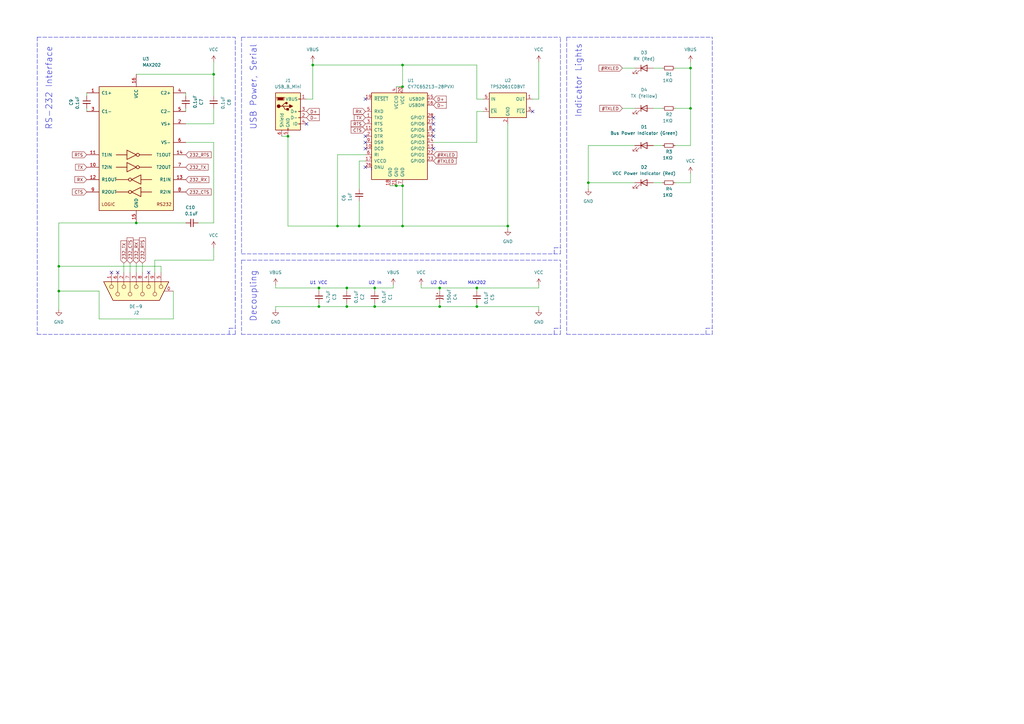
<source format=kicad_sch>
(kicad_sch (version 20211123) (generator eeschema)
  (paper "A3")
  (lib_symbols
    (symbol "Connector:DB9_Female_MountingHoles" (pin_names (offset 1.016) hide)
      (property "Reference" "J" (at 0 16.51 0))
      (property "Value" "DB9_Female_MountingHoles" (at 0 14.605 0))
      (symbol "DB9_Female_MountingHoles_0_1"
        (circle (center -1.778 -10.16) (radius 0.762))
        (circle (center -1.778 -5.08) (radius 0.762))
        (circle (center -1.778 0) (radius 0.762))
        (circle (center -1.778 5.08) (radius 0.762))
        (circle (center -1.778 10.16) (radius 0.762))
        (polyline (pts (xy -3.81 -10.16) (xy -2.54 -10.16)))
        (polyline (pts (xy -3.81 -7.62) (xy 0.508 -7.62)))
        (polyline (pts (xy -3.81 -5.08) (xy -2.54 -5.08)))
        (polyline (pts (xy -3.81 -2.54) (xy 0.508 -2.54)))
        (polyline (pts (xy -3.81 0) (xy -2.54 0)))
        (polyline (pts (xy -3.81 2.54) (xy 0.508 2.54)))
        (polyline (pts (xy -3.81 5.08) (xy -2.54 5.08)))
        (polyline (pts (xy -3.81 7.62) (xy 0.508 7.62)))
        (polyline (pts (xy -3.81 10.16) (xy -2.54 10.16)))
        (polyline (pts (xy -3.81 13.335) (xy -3.81 -13.335) (xy 3.81 -9.525) (xy 3.81 9.525) (xy -3.81 13.335)) (stroke (width 0.254)) (fill (type background)))
        (circle (center 1.27 -7.62) (radius 0.762))
        (circle (center 1.27 -2.54) (radius 0.762))
        (circle (center 1.27 2.54) (radius 0.762))
        (circle (center 1.27 7.62) (radius 0.762))
      )
      (symbol "DB9_Female_MountingHoles_1_1"
        (pin passive line (at 0 -15.24 90) (length 3.81) (name "PAD") (number "0"))
        (pin passive line (at -7.62 10.16 0) (length 3.81) (name "1") (number "1"))
        (pin passive line (at -7.62 5.08 0) (length 3.81) (name "2") (number "2"))
        (pin passive line (at -7.62 0 0) (length 3.81) (name "3") (number "3"))
        (pin passive line (at -7.62 -5.08 0) (length 3.81) (name "4") (number "4"))
        (pin passive line (at -7.62 -10.16 0) (length 3.81) (name "5") (number "5"))
        (pin passive line (at -7.62 7.62 0) (length 3.81) (name "6") (number "6"))
        (pin passive line (at -7.62 2.54 0) (length 3.81) (name "7") (number "7"))
        (pin passive line (at -7.62 -2.54 0) (length 3.81) (name "8") (number "8"))
        (pin passive line (at -7.62 -7.62 0) (length 3.81) (name "9") (number "9"))
      )
    )
    (symbol "Connector:USB_B_Mini" (pin_names (offset 1.016))
      (property "Reference" "J" (at -5.08 11.43 0))
      (property "Value" "USB_B_Mini" (at -5.08 8.89 0))
      (symbol "USB_B_Mini_0_1"
        (rectangle (start -5.08 -7.62) (end 5.08 7.62) (stroke (width 0.254)) (fill (type background)))
        (circle (center -3.81 2.159) (radius 0.635) (stroke (width 0.254)) (fill (type outline)))
        (circle (center -0.635 3.429) (radius 0.381) (stroke (width 0.254)) (fill (type outline)))
        (rectangle (start -0.127 -7.62) (end 0.127 -6.858))
        (polyline (pts (xy -1.905 2.159) (xy 0.635 2.159)) (stroke (width 0.254)))
        (polyline (pts (xy -3.175 2.159) (xy -2.54 2.159) (xy -1.27 3.429) (xy -0.635 3.429)) (stroke (width 0.254)))
        (polyline (pts (xy -2.54 2.159) (xy -1.905 2.159) (xy -1.27 0.889) (xy 0 0.889)) (stroke (width 0.254)))
        (polyline (pts (xy 0.635 2.794) (xy 0.635 1.524) (xy 1.905 2.159) (xy 0.635 2.794)) (stroke (width 0.254)) (fill (type outline)))
        (polyline (pts (xy -4.318 5.588) (xy -1.778 5.588) (xy -2.032 4.826) (xy -4.064 4.826) (xy -4.318 5.588)) (fill (type outline)))
        (polyline (pts (xy -4.699 5.842) (xy -4.699 5.588) (xy -4.445 4.826) (xy -4.445 4.572) (xy -1.651 4.572) (xy -1.651 4.826) (xy -1.397 5.588) (xy -1.397 5.842) (xy -4.699 5.842)))
        (rectangle (start 0.254 1.27) (end -0.508 0.508) (stroke (width 0.254)) (fill (type outline)))
        (rectangle (start 5.08 -5.207) (end 4.318 -4.953))
        (rectangle (start 5.08 -2.667) (end 4.318 -2.413))
        (rectangle (start 5.08 -0.127) (end 4.318 0.127))
        (rectangle (start 5.08 4.953) (end 4.318 5.207))
      )
      (symbol "USB_B_Mini_1_1"
        (pin power_out line (at 7.62 5.08 180) (length 2.54) (name "VBUS") (number "1"))
        (pin bidirectional line (at 7.62 -2.54 180) (length 2.54) (name "D-") (number "2"))
        (pin bidirectional line (at 7.62 0 180) (length 2.54) (name "D+") (number "3"))
        (pin passive line (at 7.62 -5.08 180) (length 2.54) (name "ID") (number "4"))
        (pin power_out line (at 0 -10.16 90) (length 2.54) (name "GND") (number "5"))
        (pin passive line (at -2.54 -10.16 90) (length 2.54) (name "Shield") (number "6"))
      )
    )
    (symbol "Device:C_Polarized_Small_US" (pin_numbers hide) (pin_names (offset 0.254) hide)
      (property "Reference" "C" (at 0.254 1.778 0))
      (property "Value" "C_Polarized_Small_US" (at 0.254 -2.032 0))
      (symbol "C_Polarized_Small_US_0_1"
        (polyline (pts (xy -1.524 0.508) (xy 1.524 0.508)) (stroke (width 0.3048)))
        (polyline (pts (xy -1.27 1.524) (xy -0.762 1.524)))
        (polyline (pts (xy -1.016 1.27) (xy -1.016 1.778)))
        (arc (start 1.524 -0.762) (mid 0 -0.3734) (end -1.524 -0.762) (stroke (width 0.3048)))
      )
      (symbol "C_Polarized_Small_US_1_1"
        (pin passive line (at 0 2.54 270) (length 2.032) (name "~") (number "1"))
        (pin passive line (at 0 -2.54 90) (length 2.032) (name "~") (number "2"))
      )
    )
    (symbol "Device:C_Small" (pin_numbers hide) (pin_names (offset 0.254) hide)
      (property "Reference" "C" (at 0.254 1.778 0))
      (property "Value" "C_Small" (at 0.254 -2.032 0))
      (symbol "C_Small_0_1"
        (polyline (pts (xy -1.524 -0.508) (xy 1.524 -0.508)) (stroke (width 0.3302)))
        (polyline (pts (xy -1.524 0.508) (xy 1.524 0.508)) (stroke (width 0.3048)))
      )
      (symbol "C_Small_1_1"
        (pin passive line (at 0 2.54 270) (length 2.032) (name "~") (number "1"))
        (pin passive line (at 0 -2.54 90) (length 2.032) (name "~") (number "2"))
      )
    )
    (symbol "Device:LED" (pin_numbers hide) (pin_names (offset 1.016) hide)
      (property "Reference" "D" (at 0 2.54 0))
      (property "Value" "LED" (at 0 -2.54 0))
      (symbol "LED_0_1"
        (polyline (pts (xy -1.27 -1.27) (xy -1.27 1.27)) (stroke (width 0.254)))
        (polyline (pts (xy -1.27 0) (xy 1.27 0)))
        (polyline (pts (xy 1.27 -1.27) (xy 1.27 1.27) (xy -1.27 0) (xy 1.27 -1.27)) (stroke (width 0.254)))
        (polyline (pts (xy -3.048 -0.762) (xy -4.572 -2.286) (xy -3.81 -2.286) (xy -4.572 -2.286) (xy -4.572 -1.524)))
        (polyline (pts (xy -1.778 -0.762) (xy -3.302 -2.286) (xy -2.54 -2.286) (xy -3.302 -2.286) (xy -3.302 -1.524)))
      )
      (symbol "LED_1_1"
        (pin passive line (at -3.81 0 0) (length 2.54) (name "K") (number "1"))
        (pin passive line (at 3.81 0 180) (length 2.54) (name "A") (number "2"))
      )
    )
    (symbol "Device:R_Small" (pin_numbers hide) (pin_names (offset 0.254) hide)
      (property "Reference" "R" (at 0.762 0.508 0))
      (property "Value" "R_Small" (at 0.762 -1.016 0))
      (symbol "R_Small_0_1"
        (rectangle (start -0.762 1.778) (end 0.762 -1.778) (stroke (width 0.2032)))
      )
      (symbol "R_Small_1_1"
        (pin passive line (at 0 2.54 270) (length 0.762) (name "~") (number "1"))
        (pin passive line (at 0 -2.54 90) (length 0.762) (name "~") (number "2"))
      )
    )
    (symbol "Interface_UART:MAX202" (pin_names (offset 1.016))
      (property "Reference" "U" (at -2.54 28.575 0))
      (property "Value" "MAX202" (at -2.54 26.67 0))
      (symbol "MAX202_0_0"
        (text "LOGIC" (at -11.43 -22.86 0) (effects (font (size 1.27 1.27))))
        (text "RS232" (at 11.43 -22.86 0) (effects (font (size 1.27 1.27))))
      )
      (symbol "MAX202_0_1"
        (rectangle (start -15.24 -25.4) (end 15.24 25.4) (stroke (width 0.254)) (fill (type background)))
        (circle (center -2.54 -17.78) (radius 0.635) (stroke (width 0.254)))
        (circle (center -2.54 -12.7) (radius 0.635) (stroke (width 0.254)))
        (polyline (pts (xy -3.81 -7.62) (xy -8.255 -7.62)) (stroke (width 0.254)))
        (polyline (pts (xy -3.81 -2.54) (xy -8.255 -2.54)) (stroke (width 0.254)))
        (polyline (pts (xy -3.175 -17.78) (xy -8.255 -17.78)) (stroke (width 0.254)))
        (polyline (pts (xy -3.175 -12.7) (xy -8.255 -12.7)) (stroke (width 0.254)))
        (polyline (pts (xy 1.27 -7.62) (xy 6.35 -7.62)) (stroke (width 0.254)))
        (polyline (pts (xy 1.27 -2.54) (xy 6.35 -2.54)) (stroke (width 0.254)))
        (polyline (pts (xy 1.905 -17.78) (xy 6.35 -17.78)) (stroke (width 0.254)))
        (polyline (pts (xy 1.905 -12.7) (xy 6.35 -12.7)) (stroke (width 0.254)))
        (polyline (pts (xy -3.81 -5.715) (xy -3.81 -9.525) (xy 0 -7.62) (xy -3.81 -5.715)) (stroke (width 0.254)))
        (polyline (pts (xy -3.81 -0.635) (xy -3.81 -4.445) (xy 0 -2.54) (xy -3.81 -0.635)) (stroke (width 0.254)))
        (polyline (pts (xy 1.905 -15.875) (xy 1.905 -19.685) (xy -1.905 -17.78) (xy 1.905 -15.875)) (stroke (width 0.254)))
        (polyline (pts (xy 1.905 -10.795) (xy 1.905 -14.605) (xy -1.905 -12.7) (xy 1.905 -10.795)) (stroke (width 0.254)))
        (circle (center 0.635 -7.62) (radius 0.635) (stroke (width 0.254)))
        (circle (center 0.635 -2.54) (radius 0.635) (stroke (width 0.254)))
      )
      (symbol "MAX202_1_1"
        (pin passive line (at -20.32 22.86 0) (length 5.08) (name "C1+") (number "1"))
        (pin input line (at -20.32 -7.62 0) (length 5.08) (name "T2IN") (number "10"))
        (pin input line (at -20.32 -2.54 0) (length 5.08) (name "T1IN") (number "11"))
        (pin output line (at -20.32 -12.7 0) (length 5.08) (name "R1OUT") (number "12"))
        (pin input line (at 20.32 -12.7 180) (length 5.08) (name "R1IN") (number "13"))
        (pin output line (at 20.32 -2.54 180) (length 5.08) (name "T1OUT") (number "14"))
        (pin power_in line (at 0 -30.48 90) (length 5.08) (name "GND") (number "15"))
        (pin power_in line (at 0 30.48 270) (length 5.08) (name "VCC") (number "16"))
        (pin power_out line (at 20.32 10.16 180) (length 5.08) (name "VS+") (number "2"))
        (pin passive line (at -20.32 15.24 0) (length 5.08) (name "C1-") (number "3"))
        (pin passive line (at 20.32 22.86 180) (length 5.08) (name "C2+") (number "4"))
        (pin passive line (at 20.32 15.24 180) (length 5.08) (name "C2-") (number "5"))
        (pin power_out line (at 20.32 2.54 180) (length 5.08) (name "VS-") (number "6"))
        (pin output line (at 20.32 -7.62 180) (length 5.08) (name "T2OUT") (number "7"))
        (pin input line (at 20.32 -17.78 180) (length 5.08) (name "R2IN") (number "8"))
        (pin output line (at -20.32 -17.78 0) (length 5.08) (name "R2OUT") (number "9"))
      )
    )
    (symbol "Interface_USB:CY7C65213-28PVXI" (pin_names (offset 1.016))
      (property "Reference" "U" (at -8.89 19.05 0))
      (property "Value" "CY7C65213-28PVXI" (at 3.556 19.05 0))
      (symbol "CY7C65213-28PVXI_0_1"
        (rectangle (start -10.16 17.78) (end 12.7 -17.78) (stroke (width 0.254)) (fill (type background)))
      )
      (symbol "CY7C65213-28PVXI_1_1"
        (pin output line (at -12.7 7.62 0) (length 2.54) (name "TXD") (number "1"))
        (pin input line (at -12.7 -5.08 0) (length 2.54) (name "DCD") (number "10"))
        (pin input line (at -12.7 2.54 0) (length 2.54) (name "CTS") (number "11"))
        (pin bidirectional line (at 15.24 0 180) (length 2.54) (name "GPIO4") (number "12"))
        (pin tri_state line (at 15.24 -5.08 180) (length 2.54) (name "GPIO2") (number "13"))
        (pin bidirectional line (at 15.24 -2.54 180) (length 2.54) (name "GPIO3") (number "14"))
        (pin bidirectional line (at 15.24 15.24 180) (length 2.54) (name "USBDP") (number "15"))
        (pin bidirectional line (at 15.24 12.7 180) (length 2.54) (name "USBDM") (number "16"))
        (pin passive line (at -12.7 -10.16 0) (length 2.54) (name "VCCD") (number "17"))
        (pin power_in line (at -2.54 -20.32 90) (length 2.54) (name "GND") (number "18"))
        (pin bidirectional line (at -12.7 15.24 0) (length 2.54) (name "~{RESET}") (number "19"))
        (pin output line (at -12.7 0 0) (length 2.54) (name "DTR") (number "2"))
        (pin power_in line (at 2.54 20.32 270) (length 2.54) (name "VCC") (number "20"))
        (pin power_in line (at 0 -20.32 90) (length 2.54) (name "GND") (number "21"))
        (pin bidirectional line (at 15.24 -7.62 180) (length 2.54) (name "GPIO1") (number "22"))
        (pin bidirectional line (at 15.24 -10.16 180) (length 2.54) (name "GPIO0") (number "23"))
        (pin no_connect line (at 12.7 -15.24 180) (length 2.54) hide (name "NC") (number "24"))
        (pin no_connect line (at 12.7 -12.7 180) (length 2.54) hide (name "NC") (number "25"))
        (pin passive line (at -12.7 -12.7 0) (length 2.54) (name "DNU") (number "26"))
        (pin tri_state line (at 15.24 5.08 180) (length 2.54) (name "GPIO6") (number "27"))
        (pin tri_state line (at 15.24 7.62 180) (length 2.54) (name "GPIO7") (number "28"))
        (pin output line (at -12.7 5.08 0) (length 2.54) (name "RTS") (number "3"))
        (pin power_in line (at 0 20.32 270) (length 2.54) (name "VCCIO") (number "4"))
        (pin input line (at -12.7 10.16 0) (length 2.54) (name "RXD") (number "5"))
        (pin input line (at -12.7 -7.62 0) (length 2.54) (name "RI") (number "6"))
        (pin power_in line (at 2.54 -20.32 90) (length 2.54) (name "GND") (number "7"))
        (pin tri_state line (at 15.24 2.54 180) (length 2.54) (name "GPIO5") (number "8"))
        (pin input line (at -12.7 -2.54 0) (length 2.54) (name "DSR") (number "9"))
      )
    )
    (symbol "Power_Management:AP22804BW5"
      (property "Reference" "U" (at -7.62 -6.35 0))
      (property "Value" "AP22804BW5" (at -7.62 6.35 0))
      (symbol "AP22804BW5_0_1"
        (rectangle (start -7.62 5.08) (end 7.62 -5.08) (stroke (width 0.254)) (fill (type background)))
      )
      (symbol "AP22804BW5_1_1"
        (pin power_out line (at 10.16 2.54 180) (length 2.54) (name "OUT") (number "1"))
        (pin power_in line (at 0 -7.62 90) (length 2.54) (name "GND") (number "2"))
        (pin open_collector line (at 10.16 -2.54 180) (length 2.54) (name "~{FLG}") (number "3"))
        (pin input line (at -10.16 -2.54 0) (length 2.54) (name "~{EN}") (number "4"))
        (pin power_in line (at -10.16 2.54 0) (length 2.54) (name "IN") (number "5"))
      )
    )
    (symbol "VCC_1" (power) (pin_names (offset 0))
      (property "Value" "VCC_1" (at 0 3.81 0))
      (symbol "VCC_1_0_1"
        (polyline (pts (xy -0.762 1.27) (xy 0 2.54)))
        (polyline (pts (xy 0 0) (xy 0 2.54)))
        (polyline (pts (xy 0 2.54) (xy 0.762 1.27)))
      )
      (symbol "VCC_1_1_1"
        (pin power_in line (at 0 0 90) (length 0) hide (name "VCC") (number "1"))
      )
    )
    (symbol "power:GND" (power) (pin_names (offset 0))
      (property "Value" "GND" (at 0 -3.81 0))
      (symbol "GND_0_1"
        (polyline (pts (xy 0 0) (xy 0 -1.27) (xy 1.27 -1.27) (xy 0 -2.54) (xy -1.27 -1.27) (xy 0 -1.27)))
      )
      (symbol "GND_1_1"
        (pin power_in line (at 0 0 270) (length 0) hide (name "GND") (number "1"))
      )
    )
    (symbol "power:VBUS" (power) (pin_names (offset 0))
      (property "Value" "VBUS" (at 0 3.81 0))
      (symbol "VBUS_0_1"
        (polyline (pts (xy -0.762 1.27) (xy 0 2.54)))
        (polyline (pts (xy 0 0) (xy 0 2.54)))
        (polyline (pts (xy 0 2.54) (xy 0.762 1.27)))
      )
      (symbol "VBUS_1_1"
        (pin power_in line (at 0 0 90) (length 0) hide (name "VBUS") (number "1"))
      )
    )
    (symbol "power:VCC" (power) (pin_names (offset 0))
      (property "Value" "VCC" (at 0 3.81 0))
      (symbol "VCC_0_1"
        (polyline (pts (xy -0.762 1.27) (xy 0 2.54)))
        (polyline (pts (xy 0 0) (xy 0 2.54)))
        (polyline (pts (xy 0 2.54) (xy 0.762 1.27)))
      )
      (symbol "VCC_1_1"
        (pin power_in line (at 0 0 90) (length 0) hide (name "VCC") (number "1"))
      )
    )
  )
  (junction (at 147.32 92.71))
  (junction (at 165.1 76.2))
  (junction (at 138.43 92.71))
  (junction (at 153.67 125.73))
  (junction (at 165.1 35.56))
  (junction (at 55.88 91.44))
  (junction (at 130.81 125.73))
  (junction (at 130.81 118.11))
  (junction (at 195.58 118.11))
  (junction (at 118.11 55.88))
  (junction (at 195.58 125.73))
  (junction (at 24.13 109.22))
  (junction (at 165.1 92.71))
  (junction (at 180.34 118.11))
  (junction (at 283.21 27.94))
  (junction (at 142.24 125.73))
  (junction (at 283.21 44.45))
  (junction (at 208.28 92.71))
  (junction (at 24.13 119.38))
  (junction (at 142.24 118.11))
  (junction (at 87.63 30.48))
  (junction (at 162.56 76.2))
  (junction (at 153.67 118.11))
  (junction (at 128.27 26.67))
  (junction (at 180.34 125.73))
  (junction (at 165.1 26.67))
  (junction (at 241.3 74.93))
  (no_connect (at 149.86 55.88))
  (no_connect (at 48.26 111.76))
  (no_connect (at 177.8 55.88))
  (no_connect (at 218.44 45.72))
  (no_connect (at 177.8 48.26))
  (no_connect (at 149.86 60.96))
  (no_connect (at 177.8 50.8))
  (no_connect (at 149.86 58.42))
  (no_connect (at 177.8 60.96))
  (no_connect (at 149.86 40.64))
  (no_connect (at 125.73 50.8))
  (no_connect (at 149.86 68.58))
  (no_connect (at 177.8 53.34))
  (no_connect (at 45.72 111.76))
  (no_connect (at 60.96 111.76))
  (wire (pts (xy 142.24 118.11) (xy 153.67 118.11)))
  (polyline (pts (xy 289.56 137.16) (xy 289.56 134.62)))
  (wire (pts (xy 113.03 118.11) (xy 130.81 118.11)))
  (wire (pts (xy 58.42 107.95) (xy 58.42 111.76)))
  (wire (pts (xy 153.67 125.73) (xy 180.34 125.73)))
  (wire (pts (xy 128.27 26.67) (xy 128.27 40.64)))
  (wire (pts (xy 220.98 25.4) (xy 220.98 40.64)))
  (wire (pts (xy 147.32 66.04) (xy 147.32 77.47)))
  (wire (pts (xy 63.5 111.76) (xy 63.5 106.68)))
  (wire (pts (xy 142.24 124.46) (xy 142.24 125.73)))
  (polyline (pts (xy 15.24 15.24) (xy 15.24 137.16)))
  (wire (pts (xy 128.27 26.67) (xy 128.27 25.4)))
  (wire (pts (xy 172.72 118.11) (xy 180.34 118.11)))
  (wire (pts (xy 53.34 107.95) (xy 53.34 111.76)))
  (wire (pts (xy 165.1 76.2) (xy 165.1 92.71)))
  (polyline (pts (xy 99.06 106.68) (xy 99.06 137.16)))
  (wire (pts (xy 162.56 35.56) (xy 165.1 35.56)))
  (wire (pts (xy 172.72 116.84) (xy 172.72 118.11)))
  (wire (pts (xy 71.12 119.38) (xy 71.12 130.81)))
  (wire (pts (xy 276.86 44.45) (xy 283.21 44.45)))
  (wire (pts (xy 180.34 124.46) (xy 180.34 125.73)))
  (wire (pts (xy 283.21 59.69) (xy 276.86 59.69)))
  (polyline (pts (xy 289.56 134.62) (xy 292.1 134.62)))
  (wire (pts (xy 50.8 107.95) (xy 50.8 111.76)))
  (wire (pts (xy 195.58 119.38) (xy 195.58 118.11)))
  (wire (pts (xy 55.88 107.95) (xy 55.88 111.76)))
  (wire (pts (xy 113.03 116.84) (xy 113.03 118.11)))
  (polyline (pts (xy 152.4 68.58) (xy 152.4 69.85)))
  (polyline (pts (xy 227.33 104.14) (xy 227.33 101.6)))
  (polyline (pts (xy 99.06 15.24) (xy 99.06 104.14)))
  (wire (pts (xy 283.21 71.12) (xy 283.21 74.93)))
  (polyline (pts (xy 99.06 15.24) (xy 229.87 15.24)))
  (wire (pts (xy 220.98 116.84) (xy 220.98 118.11)))
  (wire (pts (xy 260.35 27.94) (xy 255.27 27.94)))
  (wire (pts (xy 63.5 106.68) (xy 87.63 106.68)))
  (wire (pts (xy 165.1 92.71) (xy 208.28 92.71)))
  (wire (pts (xy 283.21 74.93) (xy 276.86 74.93)))
  (polyline (pts (xy 232.41 15.24) (xy 292.1 15.24)))
  (wire (pts (xy 125.73 40.64) (xy 128.27 40.64)))
  (wire (pts (xy 271.78 27.94) (xy 267.97 27.94)))
  (wire (pts (xy 208.28 50.8) (xy 208.28 92.71)))
  (wire (pts (xy 255.27 44.45) (xy 260.35 44.45)))
  (wire (pts (xy 180.34 118.11) (xy 180.34 119.38)))
  (wire (pts (xy 118.11 55.88) (xy 118.11 92.71)))
  (wire (pts (xy 241.3 74.93) (xy 260.35 74.93)))
  (wire (pts (xy 195.58 125.73) (xy 220.98 125.73)))
  (wire (pts (xy 87.63 25.4) (xy 87.63 30.48)))
  (wire (pts (xy 76.2 44.45) (xy 76.2 45.72)))
  (wire (pts (xy 130.81 118.11) (xy 130.81 119.38)))
  (wire (pts (xy 24.13 109.22) (xy 66.04 109.22)))
  (wire (pts (xy 162.56 76.2) (xy 165.1 76.2)))
  (wire (pts (xy 142.24 125.73) (xy 153.67 125.73)))
  (wire (pts (xy 55.88 91.44) (xy 24.13 91.44)))
  (wire (pts (xy 180.34 118.11) (xy 195.58 118.11)))
  (polyline (pts (xy 15.24 137.16) (xy 96.52 137.16)))
  (wire (pts (xy 24.13 119.38) (xy 24.13 127)))
  (polyline (pts (xy 227.33 134.62) (xy 229.87 134.62)))
  (wire (pts (xy 283.21 27.94) (xy 283.21 44.45)))
  (wire (pts (xy 113.03 125.73) (xy 130.81 125.73)))
  (wire (pts (xy 241.3 59.69) (xy 260.35 59.69)))
  (wire (pts (xy 267.97 74.93) (xy 271.78 74.93)))
  (polyline (pts (xy 232.41 137.16) (xy 292.1 137.16)))
  (wire (pts (xy 177.8 58.42) (xy 195.58 58.42)))
  (wire (pts (xy 147.32 82.55) (xy 147.32 92.71)))
  (wire (pts (xy 276.86 27.94) (xy 283.21 27.94)))
  (polyline (pts (xy 96.52 137.16) (xy 96.52 15.24)))
  (wire (pts (xy 35.56 44.45) (xy 35.56 45.72)))
  (wire (pts (xy 165.1 26.67) (xy 195.58 26.67)))
  (wire (pts (xy 71.12 130.81) (xy 40.64 130.81)))
  (wire (pts (xy 40.64 130.81) (xy 40.64 119.38)))
  (wire (pts (xy 55.88 30.48) (xy 87.63 30.48)))
  (wire (pts (xy 115.57 55.88) (xy 118.11 55.88)))
  (wire (pts (xy 147.32 66.04) (xy 149.86 66.04)))
  (wire (pts (xy 153.67 124.46) (xy 153.67 125.73)))
  (wire (pts (xy 208.28 93.98) (xy 208.28 92.71)))
  (polyline (pts (xy 292.1 137.16) (xy 292.1 15.24)))
  (wire (pts (xy 138.43 63.5) (xy 138.43 92.71)))
  (wire (pts (xy 35.56 38.1) (xy 35.56 39.37)))
  (wire (pts (xy 118.11 92.71) (xy 138.43 92.71)))
  (wire (pts (xy 220.98 125.73) (xy 220.98 127)))
  (wire (pts (xy 66.04 111.76) (xy 66.04 109.22)))
  (wire (pts (xy 161.29 116.84) (xy 161.29 118.11)))
  (wire (pts (xy 76.2 38.1) (xy 76.2 39.37)))
  (wire (pts (xy 87.63 44.45) (xy 87.63 50.8)))
  (wire (pts (xy 267.97 44.45) (xy 271.78 44.45)))
  (wire (pts (xy 283.21 44.45) (xy 283.21 59.69)))
  (wire (pts (xy 24.13 119.38) (xy 40.64 119.38)))
  (wire (pts (xy 130.81 125.73) (xy 142.24 125.73)))
  (wire (pts (xy 24.13 91.44) (xy 24.13 109.22)))
  (wire (pts (xy 147.32 92.71) (xy 165.1 92.71)))
  (wire (pts (xy 165.1 26.67) (xy 165.1 35.56)))
  (wire (pts (xy 149.86 63.5) (xy 138.43 63.5)))
  (wire (pts (xy 195.58 45.72) (xy 198.12 45.72)))
  (wire (pts (xy 218.44 40.64) (xy 220.98 40.64)))
  (wire (pts (xy 195.58 58.42) (xy 195.58 45.72)))
  (wire (pts (xy 24.13 109.22) (xy 24.13 119.38)))
  (wire (pts (xy 87.63 30.48) (xy 87.63 39.37)))
  (polyline (pts (xy 99.06 104.14) (xy 229.87 104.14)))
  (wire (pts (xy 241.3 59.69) (xy 241.3 74.93)))
  (polyline (pts (xy 227.33 101.6) (xy 229.87 101.6)))
  (wire (pts (xy 87.63 50.8) (xy 76.2 50.8)))
  (polyline (pts (xy 15.24 15.24) (xy 96.52 15.24)))
  (polyline (pts (xy 229.87 137.16) (xy 229.87 106.68)))
  (wire (pts (xy 55.88 91.44) (xy 76.2 91.44)))
  (polyline (pts (xy 99.06 106.68) (xy 229.87 106.68)))
  (wire (pts (xy 160.02 76.2) (xy 162.56 76.2)))
  (wire (pts (xy 153.67 118.11) (xy 153.67 119.38)))
  (wire (pts (xy 76.2 58.42) (xy 87.63 58.42)))
  (wire (pts (xy 130.81 124.46) (xy 130.81 125.73)))
  (wire (pts (xy 180.34 125.73) (xy 195.58 125.73)))
  (wire (pts (xy 153.67 118.11) (xy 161.29 118.11)))
  (wire (pts (xy 283.21 25.4) (xy 283.21 27.94)))
  (wire (pts (xy 87.63 106.68) (xy 87.63 101.6)))
  (wire (pts (xy 87.63 58.42) (xy 87.63 91.44)))
  (wire (pts (xy 195.58 40.64) (xy 198.12 40.64)))
  (wire (pts (xy 128.27 26.67) (xy 165.1 26.67)))
  (polyline (pts (xy 96.52 121.92) (xy 96.52 123.19)))
  (wire (pts (xy 130.81 118.11) (xy 142.24 118.11)))
  (wire (pts (xy 195.58 118.11) (xy 220.98 118.11)))
  (wire (pts (xy 138.43 92.71) (xy 147.32 92.71)))
  (wire (pts (xy 113.03 125.73) (xy 113.03 127)))
  (polyline (pts (xy 99.06 137.16) (xy 229.87 137.16)))
  (wire (pts (xy 241.3 74.93) (xy 241.3 77.47)))
  (wire (pts (xy 271.78 59.69) (xy 267.97 59.69)))
  (wire (pts (xy 142.24 118.11) (xy 142.24 119.38)))
  (polyline (pts (xy 227.33 137.16) (xy 227.33 134.62)))
  (polyline (pts (xy 229.87 104.14) (xy 229.87 15.24)))
  (wire (pts (xy 195.58 124.46) (xy 195.58 125.73)))
  (wire (pts (xy 81.28 91.44) (xy 87.63 91.44)))
  (polyline (pts (xy 232.41 15.24) (xy 232.41 137.16)))
  (wire (pts (xy 195.58 40.64) (xy 195.58 26.67)))
  (polyline (pts (xy 93.98 137.16) (xy 93.98 134.62)))
  (polyline (pts (xy 93.98 134.62) (xy 96.52 134.62)))
  (text "Indicator Lights" (at 238.76 48.26 90) (effects (font (size 2.54 2.54)) (justify left bottom)))
  (text "Decoupling" (at 105.41 132.08 90) (effects (font (size 2.54 2.54)) (justify left bottom)))
  (text "RS-232 Interface" (at 21.59 53.34 90) (effects (font (size 2.54 2.54)) (justify left bottom)))
  (text "U1 VCC" (at 127 116.84 0) (effects (font (size 1.27 1.27)) (justify left bottom)))
  (text "U2 In" (at 151.13 116.84 0) (effects (font (size 1.27 1.27)) (justify left bottom)))
  (text "USB Power, Serial" (at 105.41 53.34 90) (effects (font (size 2.54 2.54)) (justify left bottom)))
  (text "MAX202" (at 191.77 116.84 0) (effects (font (size 1.27 1.27)) (justify left bottom)))
  (text "U2 Out" (at 176.53 116.84 0) (effects (font (size 1.27 1.27)) (justify left bottom)))
  (global_label "232_RTS" (shape input) (at 58.42 107.95 90) (property "Intersheet References" "${INTERSHEET_REFS}" (effects hide)))
  (global_label "D+" (shape input) (at 177.8 40.64 0) (property "Intersheet References" "${INTERSHEET_REFS}" (effects hide)))
  (global_label "TX" (shape input) (at 149.86 48.26 180) (property "Intersheet References" "${INTERSHEET_REFS}" (effects hide)))
  (global_label "232_RTS" (shape input) (at 76.2 63.5 0) (property "Intersheet References" "${INTERSHEET_REFS}" (effects hide)))
  (global_label "232_TX" (shape input) (at 50.8 107.95 90) (property "Intersheet References" "${INTERSHEET_REFS}" (effects hide)))
  (global_label "RX" (shape input) (at 149.86 45.72 180) (property "Intersheet References" "${INTERSHEET_REFS}" (effects hide)))
  (global_label "D-" (shape input) (at 177.8 43.18 0) (property "Intersheet References" "${INTERSHEET_REFS}" (effects hide)))
  (global_label "232_RX" (shape input) (at 55.88 107.95 90) (property "Intersheet References" "${INTERSHEET_REFS}" (effects hide)))
  (global_label "RTS" (shape input) (at 149.86 50.8 180) (property "Intersheet References" "${INTERSHEET_REFS}" (effects hide)))
  (global_label "CTS" (shape input) (at 35.56 78.74 180) (property "Intersheet References" "${INTERSHEET_REFS}" (effects hide)))
  (global_label "D+" (shape input) (at 125.73 45.72 0) (property "Intersheet References" "${INTERSHEET_REFS}" (effects hide)))
  (global_label "232_CTS" (shape input) (at 53.34 107.95 90) (property "Intersheet References" "${INTERSHEET_REFS}" (effects hide)))
  (global_label "#TXLED" (shape input) (at 177.8 66.04 0) (property "Intersheet References" "${INTERSHEET_REFS}" (effects hide)))
  (global_label "232_CTS" (shape input) (at 76.2 78.74 0) (property "Intersheet References" "${INTERSHEET_REFS}" (effects hide)))
  (global_label "#RXLED" (shape input) (at 177.8 63.5 0) (property "Intersheet References" "${INTERSHEET_REFS}" (effects hide)))
  (global_label "CTS" (shape input) (at 149.86 53.34 180) (property "Intersheet References" "${INTERSHEET_REFS}" (effects hide)))
  (global_label "#TXLED" (shape input) (at 255.27 44.45 180) (property "Intersheet References" "${INTERSHEET_REFS}" (effects hide)))
  (global_label "RX" (shape input) (at 35.56 73.66 180) (property "Intersheet References" "${INTERSHEET_REFS}" (effects hide)))
  (global_label "TX" (shape input) (at 35.56 68.58 180) (property "Intersheet References" "${INTERSHEET_REFS}" (effects hide)))
  (global_label "#RXLED" (shape input) (at 255.27 27.94 180) (property "Intersheet References" "${INTERSHEET_REFS}" (effects hide)))
  (global_label "232_TX" (shape input) (at 76.2 68.58 0) (property "Intersheet References" "${INTERSHEET_REFS}" (effects hide)))
  (global_label "D-" (shape input) (at 125.73 48.26 0) (property "Intersheet References" "${INTERSHEET_REFS}" (effects hide)))
  (global_label "232_RX" (shape input) (at 76.2 73.66 0) (property "Intersheet References" "${INTERSHEET_REFS}" (effects hide)))
  (global_label "RTS" (shape input) (at 35.56 63.5 180) (property "Intersheet References" "${INTERSHEET_REFS}" (effects hide)))
  (symbol (lib_id "power:VCC") (at 220.98 25.4 0) (unit 1)
    (property "Reference" "#PWR0112" (effects hide))
    (property "Value" "VCC" (at 220.98 20.32 0))
  )
  (symbol (lib_id "Device:LED") (at 264.16 59.69 0) (unit 1)
    (property "Reference" "D1" (at 264.16 52.07 0))
    (property "Value" "Bus Power Indicator (Green)" (at 264.16 54.61 0))
    (property "Footprint" "LED_SMD:LED_0805_2012Metric_Pad1.15x1.40mm_HandSolder" (effects hide))
    (property "Datasheet" "https://s3-us-west-2.amazonaws.com/catsy.557/Dialight_CBI_data_598-0805_Apr2018.pdf" (effects hide))
    (property "Digi-Key" "https://www.digikey.com/en/products/detail/dialight/5988170107F/1291278" (effects hide))
  )
  (symbol (lib_id "Device:C_Small") (at 142.24 121.92 180) (unit 1)
    (property "Reference" "C2" (at 148.59 123.19 90) (effects (justify right)))
    (property "Value" "0.1uF" (at 146.05 124.46 90) (effects (justify right)))
    (property "Footprint" "Capacitor_SMD:C_0805_2012Metric_Pad1.18x1.45mm_HandSolder" (effects hide))
    (property "Datasheet" "https://datasheets.kyocera-avx.com/X7RDielectric.pdf" (effects hide))
    (property "Digi-Key" "https://www.digikey.com/en/products/detail/kyocera-avx/08055C104KAT2A/563505" (effects hide))
  )
  (symbol (lib_id "power:VCC") (at 283.21 71.12 0) (mirror y) (unit 1)
    (property "Reference" "#PWR0103" (effects hide))
    (property "Value" "VCC" (at 283.21 66.04 0))
  )
  (symbol (lib_id "Device:LED") (at 264.16 27.94 0) (unit 1)
    (property "Reference" "D3" (at 264.16 21.59 0))
    (property "Value" "RX (Red)" (at 264.16 24.13 0))
    (property "Footprint" "LED_SMD:LED_0805_2012Metric_Pad1.15x1.40mm_HandSolder" (effects hide))
    (property "Datasheet" "https://s3-us-west-2.amazonaws.com/catsy.557/Dialight_CBI_data_598-0805_Apr2018.pdf" (effects hide))
    (property "Digi-Key" "https://www.digikey.com/en/products/detail/dialight/5988110107F/1291272" (effects hide))
  )
  (symbol (lib_name "VCC_1") (lib_id "power:VCC") (at 87.63 25.4 0) (unit 1)
    (property "Reference" "#PWR0111" (effects hide))
    (property "Value" "VCC" (at 87.63 20.32 0))
  )
  (symbol (lib_id "Device:R_Small") (at 274.32 74.93 270) (unit 1)
    (property "Reference" "R4" (at 273.05 77.47 90) (effects (justify left)))
    (property "Value" "1KΩ" (at 271.78 80.01 90) (effects (justify left)))
    (property "Footprint" "Resistor_SMD:R_0805_2012Metric_Pad1.20x1.40mm_HandSolder" (effects hide))
    (property "Datasheet" "https://www.yageo.com/upload/media/product/productsearch/datasheet/rchip/PYu-RC_Group_51_RoHS_L_12.pdf" (effects hide))
    (property "Digi-Key" "https://www.digikey.com/en/products/detail/yageo/RC0805FR-071KL/727444" (effects hide))
  )
  (symbol (lib_id "Device:C_Small") (at 87.63 41.91 0) (unit 1)
    (property "Reference" "C8" (at 93.98 40.64 90) (effects (justify right)))
    (property "Value" "0.1uF" (at 91.44 39.37 90) (effects (justify right)))
    (property "Footprint" "Capacitor_SMD:C_0805_2012Metric_Pad1.18x1.45mm_HandSolder" (effects hide))
    (property "Datasheet" "https://datasheets.kyocera-avx.com/X7RDielectric.pdf" (effects hide))
    (property "Digi-Key" "https://www.digikey.com/en/products/detail/kyocera-avx/08055C104KAT2A/563505" (effects hide))
  )
  (symbol (lib_id "Power_Management:AP22804BW5") (at 208.28 43.18 0) (unit 1)
    (property "Reference" "U2" (at 208.28 33.02 0))
    (property "Value" "TPS2061CDBVT" (at 208.28 35.56 0))
    (property "Footprint" "Package_TO_SOT_SMD:SOT-23-5" (effects hide))
    (property "Datasheet" "https://www.ti.com/lit/ds/symlink/tps2061c.pdf?HQS=dis-dk-null-digikeymode-dsf-pf-null-wwe&ts=1673949933424&ref_url=https%253A%252F%252Fwww.ti.com%252Fgeneral%252Fdocs%252Fsuppproductinfo.tsp%253FdistId%253D10%2526gotoUrl%253Dhttps%253A%252F%252Fwww.ti.com%252Flit%252Fgpn%252Ftps2061c" (effects hide))
    (property "Digi-Key" "https://www.digikey.com/en/products/detail/texas-instruments/TPS2061CDBVT/3778700" (effects hide))
  )
  (symbol (lib_id "Interface_UART:MAX202") (at 55.88 60.96 0) (unit 1)
    (property "Reference" "U3" (at 58.42 24.13 0) (effects (justify left)))
    (property "Value" "MAX202" (at 58.42 26.67 0) (effects (justify left)))
    (property "Footprint" "Package_SO:SOIC-16_3.9x9.9mm_P1.27mm" (effects hide))
    (property "Datasheet" "https://rocelec.widen.net/view/pdf/epgpb1snf8/max202.pdf?t.download=true&u=5oefqw" (effects hide))
    (property "Digi-Key" "https://www.digikey.com/en/products/detail/texas-instruments/MAX202CDR/809763" (effects hide))
  )
  (symbol (lib_id "power:VCC") (at 87.63 101.6 0) (unit 1)
    (property "Reference" "#PWR0105" (effects hide))
    (property "Value" "VCC" (at 87.63 96.52 0))
  )
  (symbol (lib_id "power:VBUS") (at 113.03 116.84 0) (unit 1)
    (property "Reference" "#PWR0108" (effects hide))
    (property "Value" "VBUS" (at 113.03 111.76 0))
  )
  (symbol (lib_id "Device:C_Small") (at 130.81 121.92 180) (unit 1)
    (property "Reference" "C3" (at 137.16 123.19 90) (effects (justify right)))
    (property "Value" "4.7uF" (at 134.62 124.46 90) (effects (justify right)))
    (property "Footprint" "Capacitor_SMD:C_0805_2012Metric_Pad1.18x1.45mm_HandSolder" (effects hide))
    (property "Datasheet" "https://datasheets.kyocera-avx.com/X7RDielectric.pdf" (effects hide))
    (property "Digi-Key" "https://www.digikey.com/en/products/detail/kyocera-avx/0805YC475KAT2A/2136282" (effects hide))
  )
  (symbol (lib_id "Device:R_Small") (at 274.32 27.94 270) (unit 1)
    (property "Reference" "R1" (at 273.05 30.48 90) (effects (justify left)))
    (property "Value" "1KΩ" (at 271.78 33.02 90) (effects (justify left)))
    (property "Footprint" "Resistor_SMD:R_0805_2012Metric_Pad1.20x1.40mm_HandSolder" (effects hide))
    (property "Datasheet" "https://www.yageo.com/upload/media/product/productsearch/datasheet/rchip/PYu-RC_Group_51_RoHS_L_12.pdf" (effects hide))
    (property "Digi-Key" "https://www.digikey.com/en/products/detail/yageo/RC0805FR-071KL/727444" (effects hide))
  )
  (symbol (lib_id "Device:R_Small") (at 274.32 44.45 270) (unit 1)
    (property "Reference" "R2" (at 273.05 46.99 90) (effects (justify left)))
    (property "Value" "1KΩ" (at 271.78 49.53 90) (effects (justify left)))
    (property "Footprint" "Resistor_SMD:R_0805_2012Metric_Pad1.20x1.40mm_HandSolder" (effects hide))
    (property "Datasheet" "https://www.yageo.com/upload/media/product/productsearch/datasheet/rchip/PYu-RC_Group_51_RoHS_L_12.pdf" (effects hide))
    (property "Digi-Key" "https://www.digikey.com/en/products/detail/yageo/RC0805FR-071KL/727444" (effects hide))
  )
  (symbol (lib_id "power:VBUS") (at 161.29 116.84 0) (unit 1)
    (property "Reference" "#PWR0106" (effects hide))
    (property "Value" "VBUS" (at 161.29 111.76 0))
  )
  (symbol (lib_id "Device:C_Small") (at 195.58 121.92 0) (unit 1)
    (property "Reference" "C5" (at 201.93 120.65 90) (effects (justify right)))
    (property "Value" "0.1uF" (at 199.39 119.38 90) (effects (justify right)))
    (property "Footprint" "Capacitor_SMD:C_0805_2012Metric_Pad1.18x1.45mm_HandSolder" (effects hide))
    (property "Datasheet" "https://datasheets.kyocera-avx.com/X7RDielectric.pdf" (effects hide))
    (property "Digi-Key" "https://www.digikey.com/en/products/detail/kyocera-avx/08055C104KAT2A/563505" (effects hide))
  )
  (symbol (lib_id "power:VBUS") (at 128.27 25.4 0) (unit 1)
    (property "Reference" "#PWR0110" (effects hide))
    (property "Value" "VBUS" (at 128.27 20.32 0))
  )
  (symbol (lib_id "power:GND") (at 208.28 93.98 0) (unit 1)
    (property "Reference" "#PWR0113" (effects hide))
    (property "Value" "GND" (at 208.28 99.06 0))
  )
  (symbol (lib_id "Connector:USB_B_Mini") (at 118.11 45.72 0) (unit 1)
    (property "Reference" "J1" (at 118.11 33.02 0))
    (property "Value" "USB_B_Mini" (at 118.11 35.56 0))
    (property "Footprint" "Connector_USB:USB_Mini-B_Wuerth_65100516121_Horizontal" (effects hide))
    (property "Datasheet" "https://media.digikey.com/pdf/Data%20Sheets/Wurth%20Electronics%20PDFs/Communication%20Conn%20WR-COM.pdf" (effects hide))
    (property "Digi-Key" "https://www.digikey.com/en/products/detail/w%C3%BCrth-elektronik/65100516121/2060605?utm_adgroup=USB%2C%20DVI%2C%20HDMI%20Connectors&utm_source=google&utm_medium=cpc&utm_campaign=Shopping_Product_Connectors%2C%20Interconnects&utm_term=&utm_content=USB%2C%20DVI%2C%20HDMI%20Connectors&gclid=Cj0KCQiAsdKbBhDHARIsANJ6-jcG6jtfUtb6hsPosvfL-nPrC14BKT4xy1m-SwPYQHt7RgbCx8HyibgaArCfEALw_wcB" (effects hide))
  )
  (symbol (lib_id "Device:C_Small") (at 35.56 41.91 0) (mirror y) (unit 1)
    (property "Reference" "C9" (at 29.21 40.64 90) (effects (justify right)))
    (property "Value" "0.1uF" (at 31.75 39.37 90) (effects (justify right)))
    (property "Footprint" "Capacitor_SMD:C_0805_2012Metric_Pad1.18x1.45mm_HandSolder" (effects hide))
    (property "Datasheet" "https://datasheets.kyocera-avx.com/X7RDielectric.pdf" (effects hide))
    (property "Digi-Key" "https://www.digikey.com/en/products/detail/kyocera-avx/08055C104KAT2A/563505" (effects hide))
  )
  (symbol (lib_id "power:VCC") (at 172.72 116.84 0) (unit 1)
    (property "Reference" "#PWR0107" (effects hide))
    (property "Value" "VCC" (at 172.72 111.76 0))
  )
  (symbol (lib_id "power:VBUS") (at 283.21 25.4 0) (unit 1)
    (property "Reference" "#PWR0102" (effects hide))
    (property "Value" "VBUS" (at 283.21 20.32 0))
  )
  (symbol (lib_id "Connector:DB9_Female_MountingHoles") (at 55.88 119.38 90) (mirror x) (unit 1)
    (property "Reference" "J2" (at 57.15 128.27 90) (effects (justify left)))
    (property "Value" "DE-9" (at 58.42 125.73 90) (effects (justify left)))
    (property "Footprint" "Connector_Dsub:DSUB-9_Female_Horizontal_P2.77x2.84mm_EdgePinOffset7.70mm_Housed_MountingHolesOffset9.12mm" (effects hide))
    (property "Datasheet" "http://www.assmann-wsw.com/uploads/datasheets/ASS_4888_CO.pdf" (effects hide))
    (property "Digi-Key" "https://www.digikey.com/en/products/detail/assmann-wsw-components/A-DF-09-A-KG-T2S/1241800" (effects hide))
  )
  (symbol (lib_id "Device:LED") (at 264.16 44.45 0) (unit 1)
    (property "Reference" "D4" (at 264.16 36.83 0))
    (property "Value" "TX (Yellow)" (at 264.16 39.37 0))
    (property "Footprint" "LED_SMD:LED_0805_2012Metric_Pad1.15x1.40mm_HandSolder" (effects hide))
    (property "Datasheet" "https://s3-us-west-2.amazonaws.com/catsy.557/Dialight_CBI_data_598-0805_Apr2018.pdf" (effects hide))
    (property "Digi-Key" "https://www.digikey.com/en/products/detail/dialight/5988140107F/1291275" (effects hide))
  )
  (symbol (lib_id "Device:C_Small") (at 76.2 41.91 0) (mirror x) (unit 1)
    (property "Reference" "C7" (at 82.55 43.18 90) (effects (justify right)))
    (property "Value" "0.1uF" (at 80.01 44.45 90) (effects (justify right)))
    (property "Footprint" "Capacitor_SMD:C_0805_2012Metric_Pad1.18x1.45mm_HandSolder" (effects hide))
    (property "Datasheet" "https://datasheets.kyocera-avx.com/X7RDielectric.pdf" (effects hide))
    (property "Digi-Key" "https://www.digikey.com/en/products/detail/kyocera-avx/08055C104KAT2A/563505" (effects hide))
  )
  (symbol (lib_id "Device:LED") (at 264.16 74.93 0) (unit 1)
    (property "Reference" "D2" (at 264.16 68.58 0))
    (property "Value" "VCC Power Indicator (Red)" (at 264.16 71.12 0))
    (property "Footprint" "LED_SMD:LED_0805_2012Metric_Pad1.15x1.40mm_HandSolder" (effects hide))
    (property "Datasheet" "https://s3-us-west-2.amazonaws.com/catsy.557/Dialight_CBI_data_598-0805_Apr2018.pdf" (effects hide))
    (property "Digi-Key" "https://www.digikey.com/en/products/detail/dialight/5988110107F/1291272" (effects hide))
  )
  (symbol (lib_id "Device:C_Small") (at 78.74 91.44 270) (mirror x) (unit 1)
    (property "Reference" "C10" (at 80.01 85.09 90) (effects (justify right)))
    (property "Value" "0.1uF" (at 81.28 87.63 90) (effects (justify right)))
    (property "Footprint" "Capacitor_SMD:C_0805_2012Metric_Pad1.18x1.45mm_HandSolder" (effects hide))
    (property "Datasheet" "https://datasheets.kyocera-avx.com/X7RDielectric.pdf" (effects hide))
    (property "Digi-Key" "https://www.digikey.com/en/products/detail/kyocera-avx/08055C104KAT2A/563505" (effects hide))
  )
  (symbol (lib_id "power:GND") (at 241.3 77.47 0) (mirror y) (unit 1)
    (property "Reference" "#PWR0101" (effects hide))
    (property "Value" "GND" (at 241.3 82.55 0))
  )
  (symbol (lib_id "Device:R_Small") (at 274.32 59.69 270) (unit 1)
    (property "Reference" "R3" (at 273.05 62.23 90) (effects (justify left)))
    (property "Value" "1KΩ" (at 271.78 64.77 90) (effects (justify left)))
    (property "Footprint" "Resistor_SMD:R_0805_2012Metric_Pad1.20x1.40mm_HandSolder" (effects hide))
    (property "Datasheet" "https://www.yageo.com/upload/media/product/productsearch/datasheet/rchip/PYu-RC_Group_51_RoHS_L_12.pdf" (effects hide))
    (property "Digi-Key" "https://www.digikey.com/en/products/detail/yageo/RC0805FR-071KL/727444" (effects hide))
  )
  (symbol (lib_id "Interface_USB:CY7C65213-28PVXI") (at 162.56 55.88 0) (unit 1)
    (property "Reference" "U1" (at 167.1194 33.02 0) (effects (justify left)))
    (property "Value" "CY7C65213-28PVXI" (at 167.1194 35.56 0) (effects (justify left)))
    (property "Footprint" "Package_SO:SSOP-28_5.3x10.2mm_P0.65mm" (effects hide))
    (property "Datasheet" "https://rocelec.widen.net/view/pdf/lbnf5iposc/CYPR-S-A0004572493-1.pdf?t.download=true&u=5oefqw" (effects hide))
    (property "Digi-Key" "https://www.digikey.com/en/products/detail/infineon-technologies/CY7C65213-28PVXI/4765755" (effects hide))
  )
  (symbol (lib_id "Device:C_Polarized_Small_US") (at 180.34 121.92 0) (unit 1)
    (property "Reference" "C4" (at 186.69 123.19 90) (effects (justify left)))
    (property "Value" "150uF" (at 184.15 124.46 90) (effects (justify left)))
    (property "Footprint" "Capacitor_Tantalum_SMD:CP_EIA-6032-15_Kemet-U_Pad2.25x2.35mm_HandSolder" (effects hide))
    (property "Datasheet" "https://datasheets.kyocera-avx.com/TPS.pdf" (effects hide))
    (property "Digi-Key" "https://www.digikey.com/en/products/detail/kyocera-avx/TPSC157K010R0150/9948491" (effects hide))
  )
  (symbol (lib_id "power:VCC") (at 220.98 116.84 0) (unit 1)
    (property "Reference" "#PWR0115" (effects hide))
    (property "Value" "VCC" (at 220.98 111.76 0))
  )
  (symbol (lib_id "power:GND") (at 24.13 127 0) (unit 1)
    (property "Reference" "#PWR0104" (effects hide))
    (property "Value" "GND" (at 24.13 132.08 0))
  )
  (symbol (lib_id "power:GND") (at 220.98 127 0) (unit 1)
    (property "Reference" "#PWR0114" (effects hide))
    (property "Value" "GND" (at 220.98 132.08 0))
  )
  (symbol (lib_id "power:GND") (at 113.03 127 0) (unit 1)
    (property "Reference" "#PWR0109" (effects hide))
    (property "Value" "GND" (at 113.03 132.08 0))
  )
  (symbol (lib_id "Device:C_Small") (at 153.67 121.92 180) (unit 1)
    (property "Reference" "C1" (at 160.02 123.19 90) (effects (justify right)))
    (property "Value" "0.1uF" (at 157.48 124.46 90) (effects (justify right)))
    (property "Footprint" "Capacitor_SMD:C_0805_2012Metric_Pad1.18x1.45mm_HandSolder" (effects hide))
    (property "Datasheet" "https://datasheets.kyocera-avx.com/X7RDielectric.pdf" (effects hide))
    (property "Digi-Key" "https://www.digikey.com/en/products/detail/kyocera-avx/08055C104KAT2A/563505" (effects hide))
  )
  (symbol (lib_id "Device:C_Small") (at 147.32 80.01 180) (unit 1)
    (property "Reference" "C6" (at 140.97 82.55 90) (effects (justify right)))
    (property "Value" "1uF" (at 143.51 82.55 90) (effects (justify right)))
    (property "Footprint" "Capacitor_SMD:C_0805_2012Metric_Pad1.18x1.45mm_HandSolder" (effects hide))
    (property "Datasheet" "https://datasheets.kyocera-avx.com/X7RDielectric.pdf" (effects hide))
    (property "Digi-Key" "https://www.digikey.com/en/products/detail/kyocera-avx/08053C105KAT2A/1602175" (effects hide))
  )
)
</source>
